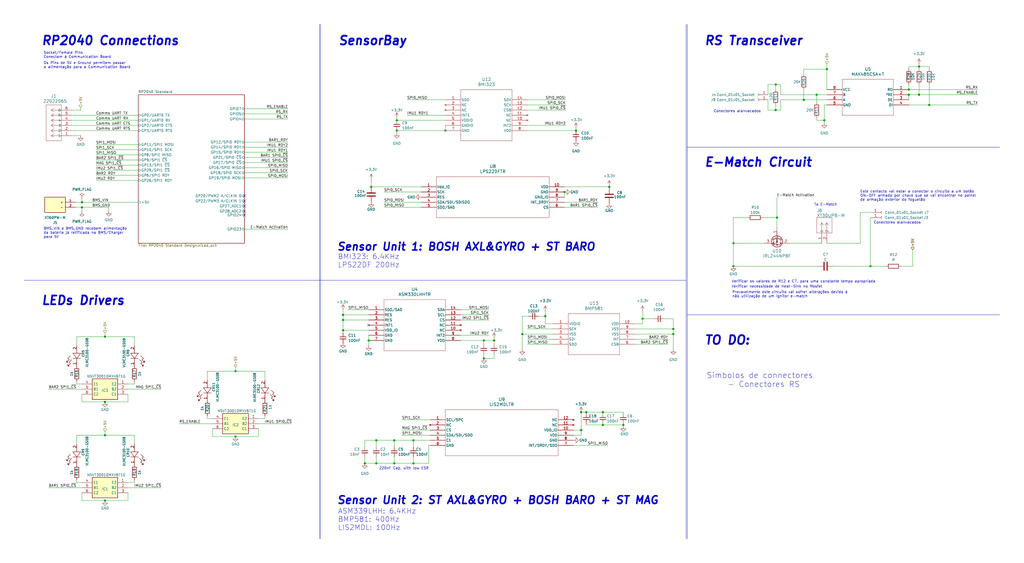
<source format=kicad_sch>
(kicad_sch (version 20231120) (generator "eeschema") (generator_version "8.0")
  (paper "User" 508 279.4)
  (title_block (title "On Board Computer") (date "2024-12-17") (rev "1.0") (company "Porto Space Team") (comment 1 "Miguel Amorim") (comment 2 "Rafael Novais") (comment 3 "Teresa Monteiro"))
  (junction (at 40.64 102.87))
  (junction (at 170.18 163.83))
  (junction (at 52.07 215.9))
  (junction (at 334.01 165.735))
  (junction (at 180.975 229.87))
  (junction (at 195.58 218.44))
  (junction (at 245.11 168.91))
  (junction (at 259.08 165.735))
  (junction (at 334.01 163.195))
  (junction (at 455.93 33.02))
  (junction (at 116.84 184.15))
  (junction (at 52.07 248.285))
  (junction (at 196.85 59.69))
  (junction (at 170.18 156.21))
  (junction (at 52.07 167.005))
  (junction (at 385.445 107.95))
  (junction (at 170.18 158.75))
  (junction (at 384.81 41.91))
  (junction (at 196.85 64.77))
  (junction (at 195.58 229.87))
  (junction (at 398.78 49.53))
  (junction (at 302.26 92.71))
  (junction (at 182.88 168.91))
  (junction (at 240.03 168.91))
  (junction (at 408.94 59.69))
  (junction (at 285.75 64.77))
  (junction (at 290.83 204.47))
  (junction (at 405.13 46.99))
  (junction (at 288.29 204.47))
  (junction (at 116.84 216.535))
  (junction (at 455.93 46.99))
  (junction (at 309.245 210.82))
  (junction (at 363.855 132.08))
  (junction (at 299.085 210.82))
  (junction (at 450.85 44.45))
  (junction (at 270.51 156.845))
  (junction (at 384.81 54.61))
  (junction (at 186.69 229.87))
  (junction (at 318.77 158.115))
  (junction (at 40.64 100.33))
  (junction (at 240.03 177.8))
  (junction (at 220.98 64.77))
  (junction (at 461.01 52.07))
  (junction (at 52.07 199.39))
  (junction (at 450.85 46.99))
  (junction (at 186.69 218.44))
  (junction (at 431.8 132.08))
  (junction (at 184.15 92.71))
  (junction (at 280.035 95.25))
  (junction (at 205.105 229.87))
  (junction (at 299.085 204.47))
  (junction (at 410.21 34.29))
  (junction (at 288.29 213.36))
  (junction (at 205.105 218.44))
  (junction (at 363.855 120.65))
  (no_connect (at 121.285 102.235))
  (no_connect (at 121.285 99.695))
  (no_connect (at 121.285 106.68))
  (no_connect (at 121.285 97.155))
  (no_connect (at 182.88 161.29))
  (no_connect (at 121.285 104.775))
  (wire (pts (xy 455.93 33.02) (xy 455.93 31.75)))
  (wire (pts (xy 195.58 229.87) (xy 205.105 229.87)))
  (wire (pts (xy 450.85 41.91) (xy 450.85 44.45)))
  (wire (pts (xy 199.39 215.9) (xy 213.36 215.9)))
  (wire (pts (xy 121.285 56.515) (xy 142.875 56.515)))
  (wire (pts (xy 63.5 248.285) (xy 63.5 244.475)))
  (wire (pts (xy 426.72 105.41) (xy 432.435 105.41)))
  (wire (pts (xy 180.975 229.87) (xy 186.69 229.87)))
  (wire (pts (xy 259.08 165.735) (xy 274.32 165.735)))
  (wire (pts (xy 205.105 218.44) (xy 213.36 218.44)))
  (wire (pts (xy 40.64 248.285) (xy 52.07 248.285)))
  (wire (pts (xy 40.64 102.87) (xy 53.975 102.87)))
  (wire (pts (xy 240.03 175.895) (xy 240.03 177.8)))
  (wire (pts (xy 240.03 168.91) (xy 240.03 170.815)))
  (wire (pts (xy 381 41.91) (xy 381 46.99)))
  (wire (pts (xy 47.625 81.915) (xy 68.58 81.915)))
  (wire (pts (xy 261.62 49.53) (xy 280.67 49.53)))
  (wire (pts (xy 387.35 54.61) (xy 384.81 54.61)))
  (wire (pts (xy 105.41 210.185) (xy 88.9 210.185)))
  (wire (pts (xy 40.64 241.935) (xy 24.13 241.935)))
  (wire (pts (xy 267.335 156.845) (xy 270.51 156.845)))
  (wire (pts (xy 38.1 167.005) (xy 52.07 167.005)))
  (wire (pts (xy 40.64 244.475) (xy 40.64 248.285)))
  (wire (pts (xy 363.855 107.95) (xy 363.855 120.65)))
  (wire (pts (xy 47.625 76.835) (xy 68.58 76.835)))
  (wire (pts (xy 190.5 95.25) (xy 208.915 95.25)))
  (wire (pts (xy 199.39 208.28) (xy 213.36 208.28)))
  (wire (pts (xy 461.01 52.07) (xy 450.85 52.07)))
  (wire (pts (xy 38.1 239.395) (xy 40.64 239.395)))
  (wire (pts (xy 38.1 220.345) (xy 38.1 215.9)))
  (wire (pts (xy 290.83 210.82) (xy 299.085 210.82)))
  (polyline (pts (xy 12.065 139.065) (xy 160.02 139.065)))
  (wire (pts (xy 363.855 107.95) (xy 370.84 107.95)))
  (wire (pts (xy 363.855 120.65) (xy 379.095 120.65)))
  (wire (pts (xy 40.64 199.39) (xy 52.07 199.39)))
  (wire (pts (xy 452.755 123.825) (xy 452.755 132.08)))
  (wire (pts (xy 47.625 79.375) (xy 68.58 79.375)))
  (wire (pts (xy 290.83 210.185) (xy 290.83 210.82)))
  (wire (pts (xy 384.81 52.07) (xy 384.81 54.61)))
  (wire (pts (xy 102.87 184.15) (xy 116.84 184.15)))
  (wire (pts (xy 212.725 220.98) (xy 213.36 220.98)))
  (wire (pts (xy 186.69 218.44) (xy 186.69 221.615)))
  (wire (pts (xy 53.975 102.87) (xy 53.975 104.775)))
  (wire (pts (xy 63.5 199.39) (xy 63.5 195.58)))
  (wire (pts (xy 196.85 59.69) (xy 220.98 59.69)))
  (wire (pts (xy 259.08 156.845) (xy 262.255 156.845)))
  (wire (pts (xy 363.855 132.08) (xy 405.765 132.08)))
  (wire (pts (xy 47.625 71.755) (xy 68.58 71.755)))
  (wire (pts (xy 384.81 54.61) (xy 381 54.61)))
  (wire (pts (xy 309.245 211.455) (xy 309.245 210.82)))
  (wire (pts (xy 261.62 168.275) (xy 274.32 168.275)))
  (wire (pts (xy 52.07 165.1) (xy 52.07 167.005)))
  (wire (pts (xy 288.29 213.36) (xy 288.29 215.9)))
  (wire (pts (xy 450.85 46.99) (xy 450.85 49.53)))
  (wire (pts (xy 455.93 33.02) (xy 455.93 34.29)))
  (wire (pts (xy 142.875 59.055) (xy 121.285 59.055)))
  (wire (pts (xy 38.1 238.125) (xy 38.1 239.395)))
  (wire (pts (xy 40.64 193.04) (xy 24.13 193.04)))
  (wire (pts (xy 485.14 44.45) (xy 450.85 44.45)))
  (wire (pts (xy 280.035 100.33) (xy 296.545 100.33)))
  (wire (pts (xy 410.21 49.53) (xy 398.78 49.53)))
  (wire (pts (xy 378.46 107.95) (xy 385.445 107.95)))
  (wire (pts (xy 410.21 34.29) (xy 410.21 44.45)))
  (wire (pts (xy 40.64 195.58) (xy 40.64 199.39)))
  (wire (pts (xy 196.85 58.42) (xy 196.85 59.69)))
  (wire (pts (xy 186.69 229.87) (xy 195.58 229.87)))
  (wire (pts (xy 195.58 218.44) (xy 205.105 218.44)))
  (wire (pts (xy 461.01 33.02) (xy 455.93 33.02)))
  (wire (pts (xy 201.93 49.53) (xy 220.98 49.53)))
  (wire (pts (xy 121.285 80.645) (xy 142.875 80.645)))
  (wire (pts (xy 288.29 204.47) (xy 288.29 213.36)))
  (wire (pts (xy 170.18 153.67) (xy 170.18 156.21)))
  (wire (pts (xy 52.07 248.285) (xy 63.5 248.285)))
  (wire (pts (xy 261.62 52.07) (xy 280.67 52.07)))
  (wire (pts (xy 121.285 85.725) (xy 142.875 85.725)))
  (wire (pts (xy 35.56 59.69) (xy 68.58 59.69)))
  (wire (pts (xy 131.445 206.375) (xy 131.445 207.645)))
  (polyline (pts (xy 158.75 12.065) (xy 158.75 267.335)))
  (wire (pts (xy 302.26 92.71) (xy 302.26 93.345)))
  (wire (pts (xy 80.01 193.04) (xy 63.5 193.04)))
  (wire (pts (xy 35.56 62.23) (xy 68.58 62.23)))
  (wire (pts (xy 261.62 54.61) (xy 280.67 54.61)))
  (wire (pts (xy 228.6 158.75) (xy 242.57 158.75)))
  (wire (pts (xy 270.51 156.845) (xy 270.51 160.655)))
  (wire (pts (xy 121.285 113.665) (xy 142.875 113.665)))
  (wire (pts (xy 270.51 160.655) (xy 274.32 160.655)))
  (wire (pts (xy 38.1 171.45) (xy 38.1 167.005)))
  (wire (pts (xy 102.87 207.645) (xy 105.41 207.645)))
  (wire (pts (xy 398.78 36.83) (xy 398.78 34.29)))
  (wire (pts (xy 299.085 210.82) (xy 309.245 210.82)))
  (wire (pts (xy 38.1 189.23) (xy 38.1 190.5)))
  (wire (pts (xy 405.13 46.99) (xy 405.13 50.8)))
  (wire (pts (xy 240.03 168.91) (xy 245.11 168.91)))
  (wire (pts (xy 450.85 34.29) (xy 450.85 33.02)))
  (wire (pts (xy 66.675 238.125) (xy 66.675 239.395)))
  (wire (pts (xy 334.01 173.355) (xy 334.01 165.735)))
  (wire (pts (xy 228.6 153.67) (xy 242.57 153.67)))
  (wire (pts (xy 314.96 168.275) (xy 331.47 168.275)))
  (wire (pts (xy 334.01 158.115) (xy 334.01 163.195)))
  (wire (pts (xy 196.85 64.77) (xy 220.98 64.77)))
  (wire (pts (xy 318.77 158.115) (xy 324.485 158.115)))
  (wire (pts (xy 121.285 53.975) (xy 142.875 53.975)))
  (wire (pts (xy 426.72 120.65) (xy 426.72 105.41)))
  (wire (pts (xy 66.675 167.005) (xy 66.675 171.45)))
  (wire (pts (xy 261.62 163.195) (xy 274.32 163.195)))
  (wire (pts (xy 314.96 163.195) (xy 334.01 163.195)))
  (wire (pts (xy 105.41 212.725) (xy 105.41 216.535)))
  (wire (pts (xy 408.94 52.07) (xy 408.94 59.69)))
  (wire (pts (xy 259.08 165.735) (xy 259.08 173.355)))
  (wire (pts (xy 131.445 207.645) (xy 128.27 207.645)))
  (wire (pts (xy 205.105 226.695) (xy 205.105 229.87)))
  (wire (pts (xy 121.285 83.185) (xy 142.875 83.185)))
  (wire (pts (xy 47.625 89.535) (xy 68.58 89.535)))
  (wire (pts (xy 131.445 184.15) (xy 131.445 188.595)))
  (wire (pts (xy 259.08 156.845) (xy 259.08 165.735)))
  (wire (pts (xy 410.21 46.99) (xy 405.13 46.99)))
  (wire (pts (xy 461.01 34.29) (xy 461.01 33.02)))
  (wire (pts (xy 47.625 86.995) (xy 68.58 86.995)))
  (wire (pts (xy 314.96 165.735) (xy 334.01 165.735)))
  (wire (pts (xy 35.56 57.15) (xy 68.58 57.15)))
  (polyline (pts (xy 340.995 156.21) (xy 495.935 156.21)))
  (wire (pts (xy 180.975 218.44) (xy 186.69 218.44)))
  (wire (pts (xy 47.625 74.295) (xy 68.58 74.295)))
  (wire (pts (xy 413.385 132.08) (xy 431.8 132.08)))
  (wire (pts (xy 261.62 62.23) (xy 280.67 62.23)))
  (wire (pts (xy 186.69 226.695) (xy 186.69 229.87)))
  (wire (pts (xy 288.29 215.9) (xy 284.48 215.9)))
  (wire (pts (xy 314.96 170.815) (xy 331.47 170.815)))
  (wire (pts (xy 384.81 41.91) (xy 384.81 44.45)))
  (wire (pts (xy 186.69 218.44) (xy 195.58 218.44)))
  (wire (pts (xy 180.975 218.44) (xy 180.975 221.615)))
  (wire (pts (xy 35.56 54.61) (xy 40.005 54.61)))
  (wire (pts (xy 398.78 49.53) (xy 387.35 49.53)))
  (wire (pts (xy 66.675 189.23) (xy 66.675 190.5)))
  (wire (pts (xy 431.8 132.08) (xy 439.42 132.08)))
  (wire (pts (xy 170.18 156.21) (xy 182.88 156.21)))
  (wire (pts (xy 170.18 156.21) (xy 170.18 158.75)))
  (wire (pts (xy 180.975 226.695) (xy 180.975 229.87)))
  (wire (pts (xy 116.84 184.15) (xy 131.445 184.15)))
  (wire (pts (xy 37.465 100.33) (xy 40.64 100.33)))
  (wire (pts (xy 309.245 210.185) (xy 309.245 210.82)))
  (wire (pts (xy 387.35 49.53) (xy 387.35 54.61)))
  (wire (pts (xy 245.11 168.91) (xy 245.11 170.815)))
  (wire (pts (xy 387.35 41.91) (xy 384.81 41.91)))
  (wire (pts (xy 318.77 154.305) (xy 318.77 158.115)))
  (wire (pts (xy 410.21 31.75) (xy 410.21 34.29)))
  (wire (pts (xy 228.6 166.37) (xy 242.57 166.37)))
  (wire (pts (xy 182.88 168.91) (xy 182.88 171.45)))
  (wire (pts (xy 280.035 95.25) (xy 280.035 97.79)))
  (wire (pts (xy 38.1 190.5) (xy 40.64 190.5)))
  (wire (pts (xy 408.94 59.69) (xy 405.13 59.69)))
  (wire (pts (xy 52.07 199.39) (xy 63.5 199.39)))
  (wire (pts (xy 447.04 132.08) (xy 452.755 132.08)))
  (wire (pts (xy 121.285 88.265) (xy 142.875 88.265)))
  (wire (pts (xy 385.445 107.95) (xy 385.445 113.03)))
  (wire (pts (xy 102.87 188.595) (xy 102.87 184.15)))
  (wire (pts (xy 195.58 218.44) (xy 195.58 221.615)))
  (wire (pts (xy 270.51 154.305) (xy 270.51 156.845)))
  (wire (pts (xy 105.41 216.535) (xy 116.84 216.535)))
  (wire (pts (xy 121.285 70.485) (xy 142.875 70.485)))
  (wire (pts (xy 66.675 190.5) (xy 63.5 190.5)))
  (wire (pts (xy 455.93 33.02) (xy 450.85 33.02)))
  (wire (pts (xy 302.26 92.075) (xy 302.26 92.71)))
  (wire (pts (xy 455.93 46.99) (xy 450.85 46.99)))
  (wire (pts (xy 334.01 163.195) (xy 334.01 165.735)))
  (wire (pts (xy 121.285 75.565) (xy 142.875 75.565)))
  (wire (pts (xy 116.84 182.245) (xy 116.84 184.15)))
  (wire (pts (xy 208.915 100.33) (xy 190.5 100.33)))
  (wire (pts (xy 245.11 175.895) (xy 245.11 177.8)))
  (wire (pts (xy 184.15 88.9) (xy 184.15 92.71)))
  (wire (pts (xy 40.64 100.33) (xy 68.58 100.33)))
  (wire (pts (xy 144.78 210.185) (xy 128.27 210.185)))
  (wire (pts (xy 205.105 229.87) (xy 212.725 229.87)))
  (wire (pts (xy 172.72 153.67) (xy 182.88 153.67)))
  (wire (pts (xy 299.085 205.105) (xy 299.085 204.47)))
  (polyline (pts (xy 158.75 12.065) (xy 158.75 267.335)))
  (wire (pts (xy 398.78 34.29) (xy 410.21 34.29)))
  (wire (pts (xy 220.98 62.23) (xy 220.98 64.77)))
  (wire (pts (xy 309.245 205.105) (xy 309.245 204.47)))
  (wire (pts (xy 385.445 97.79) (xy 385.445 107.95)))
  (wire (pts (xy 205.105 218.44) (xy 205.105 221.615)))
  (wire (pts (xy 384.81 41.91) (xy 381 41.91)))
  (wire (pts (xy 116.84 216.535) (xy 128.27 216.535)))
  (wire (pts (xy 80.01 241.935) (xy 63.5 241.935)))
  (wire (pts (xy 128.27 216.535) (xy 128.27 212.725)))
  (wire (pts (xy 261.62 64.77) (xy 285.75 64.77)))
  (wire (pts (xy 363.855 120.65) (xy 363.855 132.08)))
  (wire (pts (xy 66.675 215.9) (xy 66.675 220.345)))
  (wire (pts (xy 245.11 177.8) (xy 240.03 177.8)))
  (wire (pts (xy 199.39 213.36) (xy 213.36 213.36)))
  (wire (pts (xy 47.625 84.455) (xy 68.58 84.455)))
  (wire (pts (xy 208.915 92.71) (xy 184.15 92.71)))
  (wire (pts (xy 212.725 229.87) (xy 212.725 220.98)))
  (wire (pts (xy 410.21 52.07) (xy 408.94 52.07)))
  (wire (pts (xy 387.35 46.99) (xy 387.35 41.91)))
  (wire (pts (xy 201.93 57.15) (xy 220.98 57.15)))
  (wire (pts (xy 398.78 44.45) (xy 398.78 49.53)))
  (wire (pts (xy 284.48 220.98) (xy 301.625 220.98)))
  (wire (pts (xy 170.18 158.75) (xy 170.18 163.83)))
  (wire (pts (xy 40.005 67.31) (xy 35.56 67.31)))
  (wire (pts (xy 35.56 64.77) (xy 68.58 64.77)))
  (wire (pts (xy 408.94 59.69) (xy 408.94 60.96)))
  (wire (pts (xy 405.13 59.69) (xy 405.13 58.42)))
  (wire (pts (xy 314.96 160.655) (xy 318.77 160.655)))
  (wire (pts (xy 37.465 102.87) (xy 40.64 102.87)))
  (wire (pts (xy 329.565 158.115) (xy 334.01 158.115)))
  (wire (pts (xy 280.035 102.87) (xy 296.545 102.87)))
  (wire (pts (xy 485.14 46.99) (xy 455.93 46.99)))
  (wire (pts (xy 52.07 213.995) (xy 52.07 215.9)))
  (polyline (pts (xy 340.995 12.065) (xy 340.995 267.335)))
  (wire (pts (xy 290.83 204.47) (xy 290.83 205.105)))
  (wire (pts (xy 391.795 120.65) (xy 407.67 120.65)))
  (wire (pts (xy 381 54.61) (xy 381 49.53)))
  (wire (pts (xy 170.18 163.83) (xy 170.18 165.1)))
  (wire (pts (xy 66.675 239.395) (xy 63.5 239.395)))
  (wire (pts (xy 52.07 167.005) (xy 66.675 167.005)))
  (wire (pts (xy 318.77 158.115) (xy 318.77 160.655)))
  (wire (pts (xy 170.18 163.83) (xy 182.88 163.83)))
  (wire (pts (xy 261.62 170.815) (xy 274.32 170.815)))
  (wire (pts (xy 431.8 107.95) (xy 432.435 107.95)))
  (wire (pts (xy 38.1 215.9) (xy 52.07 215.9)))
  (wire (pts (xy 52.07 215.9) (xy 66.675 215.9)))
  (wire (pts (xy 40.64 104.775) (xy 40.64 102.87)))
  (wire (pts (xy 285.75 63.5) (xy 285.75 64.77)))
  (wire (pts (xy 410.21 120.65) (xy 426.72 120.65)))
  (polyline (pts (xy 160.02 139.065) (xy 340.36 139.065)))
  (wire (pts (xy 280.035 92.71) (xy 302.26 92.71)))
  (wire (pts (xy 40.005 54.61) (xy 40.005 53.34)))
  (wire (pts (xy 102.87 206.375) (xy 102.87 207.645)))
  (wire (pts (xy 196.85 66.04) (xy 196.85 64.77)))
  (wire (pts (xy 170.18 158.75) (xy 182.88 158.75)))
  (wire (pts (xy 288.29 213.36) (xy 284.48 213.36)))
  (wire (pts (xy 290.83 204.47) (xy 299.085 204.47)))
  (polyline (pts (xy 340.36 12.065) (xy 340.36 267.335)))
  (wire (pts (xy 228.6 168.91) (xy 240.03 168.91)))
  (wire (pts (xy 40.64 98.425) (xy 40.64 100.33)))
  (wire (pts (xy 182.88 166.37) (xy 182.88 168.91)))
  (wire (pts (xy 195.58 226.695) (xy 195.58 229.87)))
  (polyline (pts (xy 340.995 73.025) (xy 495.935 73.025)))
  (wire (pts (xy 208.915 102.87) (xy 190.5 102.87)))
  (wire (pts (xy 431.8 107.95) (xy 431.8 132.08)))
  (wire (pts (xy 299.085 210.185) (xy 299.085 210.82)))
  (wire (pts (xy 288.29 204.47) (xy 290.83 204.47)))
  (wire (pts (xy 228.6 156.21) (xy 242.57 156.21)))
  (wire (pts (xy 121.285 78.105) (xy 142.875 78.105)))
  (wire (pts (xy 121.285 73.025) (xy 142.875 73.025)))
  (wire (pts (xy 461.01 41.91) (xy 461.01 52.07)))
  (wire (pts (xy 455.93 41.91) (xy 455.93 46.99)))
  (wire (pts (xy 485.14 52.07) (xy 461.01 52.07)))
  (wire (pts (xy 245.11 167.64) (xy 245.11 168.91)))
  (wire (pts (xy 299.085 204.47) (xy 309.245 204.47)))
  (wire (pts (xy 405.13 46.99) (xy 387.35 46.99)))
  (text "BMI323: 6.4KHz\nLPS22DF 200Hz" (at 182.88 129.54 0) (effects (font (size 2.54 2.54))))
  (text "RS Transceiver" (at 349.25 20.32 0) (effects (font (size 4.318 4.318) (thickness 0.8636) (bold yes) (italic yes)) (justify left)))
  (text "Sensor Unit 2: ST AXL&GYRO + BOSH BARO + ST MAG " (at 167.005 248.285 0) (effects (font (size 3.81 3.81) (thickness 0.762) (bold yes) (italic yes)) (justify left)))
  (text "SensorBay" (at 167.64 20.32 0) (effects (font (size 4.318 4.318) (thickness 0.8636) (bold yes) (italic yes)) (justify left)))
  (text "RP2040 Connections" (at 20.32 20.32 0) (effects (font (size 4.318 4.318) (thickness 0.8636) (bold yes) (italic yes)) (justify left)))
  (text "Verificar os valores de R12 e C7, para uma constante tempo apropriada\n" (at 434.34 139.7 0) (effects (font (size 1.27 1.27)) (justify right)))
  (text "TO DO:" (at 349.25 168.91 0) (effects (font (size 4.318 4.318) (thickness 0.8636) (bold yes) (italic yes)) (justify left)))
  (text "Conectores alanvacados\n" (at 365.76 55.245 0) (effects (font (size 1.27 1.27))))
  (text "LEDs Drivers" (at 20.32 149.225 0) (effects (font (size 4.318 4.318) (thickness 0.8636) (bold yes) (italic yes)) (justify left)))
  (text "Socket/Female Pins\nConectam à Communication Board\n" (at 21.59 27.305 0) (effects (font (size 1.27 1.27)) (justify left)))
  (text "Conectores alanvacados\n" (at 445.135 110.49 0) (effects (font (size 1.27 1.27))))
  (text "Simbolos de connectores\n	- Conectores RS" (at 350.52 188.595 0) (effects (font (size 2.75 2.75)) (justify left)))
  (text "Sensor Unit 1: BOSH AXL&GYRO + ST BARO" (at 167.005 122.555 0) (effects (font (size 3.81 3.81) (thickness 0.762) (bold yes) (italic yes)) (justify left)))
  (text "BMS_VIN e BMS_GND recebem alimentação \nda bateria já retificada na BMS/Charger\npara 5V" (at 21.59 115.57 0) (effects (font (size 1.27 1.27)) (justify left)))
  (text "Provavelmente este circuito vai sofrer alterações devido à\nnão utilização de um ignitor e-match" (at 363.22 146.05 0) (effects (font (size 1.27 1.27)) (justify left)))
  (text "Este contacto vai estar a conectar o circuito a um botão\nON-OFF armado por chave que se vai encontrar no painel\nde armação exterior do foguetão" (at 426.72 97.155 0) (effects (font (size 1.27 1.27)) (justify left)))
  (text "To E-Match\n" (at 409.575 101.6 0) (effects (font (size 1.27 1.27))))
  (text "Os Pins de 5V e Ground permitem passar \na alimentação para a Communication Board" (at 21.59 32.385 0) (effects (font (size 1.27 1.27)) (justify left)))
  (text "ASM339LHH: 6.4KHz\nBMP581: 400Hz\nLIS2MDL: 100Hz" (at 167.64 257.81 0) (effects (font (size 2.54 2.54)) (justify left)))
  (text "220nF Cap, with low ESR" (at 212.725 232.41 0) (effects (font (size 1.27 1.27)) (justify right)))
  (text "E-Match Circuit" (at 349.25 80.645 0) (effects (font (size 4.318 4.318) (thickness 0.8636) (bold yes) (italic yes)) (justify left)))
  (text "Verificar necessidade de Heat-Sink no Mosfet" (at 385.445 142.24 0) (effects (font (size 1.27 1.27))))
  (label "RS_RX" (at 485.14 44.45 180))
  (label "SPI1_MISO" (at 47.625 76.835 0))
  (label "E-Match Activation" (at 142.875 113.665 180))
  (label "SPI0_SCK" (at 190.5 95.25 0))
  (label "RS_ENABLE" (at 142.875 53.975 180))
  (label "SPI0_MISO" (at 142.875 83.185 180))
  (label "MAG SPI1_~{CS}" (at 199.39 213.36 0))
  (label "BAR1 SPI0_~{CS}" (at 24.13 241.935 0))
  (label "SPI1_SCK" (at 47.625 74.295 0))
  (label "IMU1 SPI0_~{CS}" (at 144.78 210.185 180))
  (label "SPI1_MISO" (at 172.72 153.67 0))
  (label "BAR1 SPI0_~{CS}" (at 142.875 78.105 180))
  (label "RS_RX" (at 142.875 56.515 180))
  (label "SPI1_MISO" (at 301.625 220.98 180))
  (label "IMU2 SPI1_~{CS}" (at 242.57 158.75 180))
  (label "BAR1_RDY" (at 296.545 100.33 180))
  (label "SPI1_MOSI" (at 47.625 71.755 0))
  (label "BAR1 SPI0_~{CS}" (at 296.545 102.87 180))
  (label "SPI1_MISO" (at 261.62 170.815 0))
  (label "SPI0_MISO" (at 201.93 49.53 0))
  (label "IMU2 SPI1_~{CS}" (at 80.01 241.935 180))
  (label "IMU1 SPI0_~{CS}" (at 142.875 80.645 180))
  (label "IMU1 RDY2" (at 142.875 73.025 180))
  (label "BAR1_RDY" (at 142.875 70.485 180))
  (label "SPI0_SCK" (at 142.875 85.725 180))
  (label "SPI1_SCK" (at 261.62 163.195 0))
  (label "SPI1_SCK" (at 199.39 208.28 0))
  (label "SPI1_MOSI" (at 261.62 168.275 0))
  (label "Comms UART TX" (at 47.625 57.15 0))
  (label "SPI0_MOSI" (at 142.875 88.265 180))
  (label "BAR2 SPI1_~{CS}" (at 331.47 170.815 180))
  (label "IMU1 RDY1" (at 201.93 57.15 0))
  (label "IMU1 RDY2" (at 280.67 62.23 180))
  (label "BAR2 SPI1_~{CS}" (at 47.625 79.375 0))
  (label "IMU2 RDY" (at 47.625 89.535 0))
  (label "BAR2 SPI1_~{CS}" (at 24.13 193.04 0))
  (label "RS_ENABLE" (at 88.9 210.185 0))
  (label "BAR2 RDY" (at 47.625 86.995 0))
  (label "BMS_GND" (at 45.72 102.87 0))
  (label "RS_ENABLE" (at 485.14 46.99 180))
  (label "Comms UART RTS" (at 47.625 64.77 0))
  (label "BAR2 RDY" (at 331.47 168.275 180))
  (label "Comms UART RX" (at 47.625 59.69 0))
  (label "RS_TX" (at 485.14 52.07 180))
  (label "Comms UART CTS" (at 47.625 62.23 0))
  (label "E-Match Activation" (at 385.445 97.79 0))
  (label "SPI0_SCK" (at 280.67 52.07 180))
  (label "SPI0_MOSI" (at 280.67 49.53 180))
  (label "BMS_VIN" (at 45.72 100.33 0))
  (label "SPI0_MISO" (at 190.5 102.87 0))
  (label "SPI1_MOSI" (at 199.39 215.9 0))
  (label "SPI0_MOSI" (at 190.5 100.33 0))
  (label "MAG SPI1_~{CS}" (at 47.625 81.915 0))
  (label "IMU1 RDY1" (at 142.875 75.565 180))
  (label "SPI1_MOSI" (at 242.57 153.67 180))
  (label "SPI1_SCK" (at 242.57 156.21 180))
  (label "MAG SPI1_~{CS}" (at 80.01 193.04 180))
  (label "RS_TX" (at 142.875 59.055 180))
  (label "IMU2 RDY" (at 242.57 166.37 180))
  (label "IMU1 SPI0_~{CS}" (at 280.67 54.61 180))
  (label "IMU2 SPI1_~{CS}" (at 47.625 84.455 0))
  (hierarchical_label "+5V" (shape input) (at 116.84 182.245 90))
  (hierarchical_label "+5V" (shape input) (at 40.005 53.34 90))
  (hierarchical_label "+5V" (shape input) (at 410.21 31.75 90))
  (hierarchical_label "+5V" (shape input) (at 52.07 165.1 90))
  (hierarchical_label "+5V" (shape input) (at 452.755 123.825 90))
  (hierarchical_label "+5V" (shape input) (at 452.755 123.825 90))
  (hierarchical_label "+5V" (shape input) (at 52.07 213.995 90))
  (symbol (lib_id "Device:R") (at 405.13 54.61 0) (mirror y) (unit 1)
    (property "Reference" "R15" (at 405.13 56.642 90) (effects (justify left)))
    (property "Value" "20K" (at 403.86 54.61 0) (effects (justify left)))
    (property "Footprint" "RES_0402:RES_0402" (effects (hide yes)))
    (property "Description" "Resistor" (effects (hide yes)))
  )
  (symbol (lib_id "GreenLED__VLMC3100-GS08:VLMC3100-GS08") (at 66.675 171.45 270) (unit 1)
    (property "Reference" "CR8" (at 63.5 173.355 0) (effects (font (size 1.143 1.143)) (justify left)))
    (property "Value" "VLMC3100-GS08" (at 61.595 167.64 0) (effects (font (size 1.143 1.143)) (justify left)))
    (property "Footprint" "LED_PLCC_VSMB" (effects (hide yes)))
    (property "Datasheet" "VLMC3100-GS08" (effects (hide yes)))
  )
  (symbol (lib_id "power:+3.3V") (at 455.93 31.75 0) (unit 1)
    (property "Reference" "#PWR047" (effects (hide yes)))
    (property "Value" "+3.3V" (at 455.93 26.67 0))
    (property "Footprint" "RES_0402:RES_0402" (effects (hide yes)))
    (property "Description" "Power symbol creates a global label with name \"+3.3V\"" (effects (hide yes)))
  )
  (symbol (lib_id "IMU_BMI323:BMI323") (at 220.98 49.53 0) (unit 1)
    (property "Reference" "U12" (at 241.3 39.37 0) (effects (font (size 1.524 1.524))))
    (property "Value" "BMI323" (at 241.3 41.91 0) (effects (font (size 1.524 1.524))))
    (property "Footprint" "BMI323_BOS" (effects (hide yes)))
    (property "Datasheet" "BMI323" (effects (hide yes)))
  )
  (symbol (lib_id "AMASS_XT30UPB-M:XT30UPB-M") (at 407.67 120.65 90) (unit 1)
    (property "Reference" "J6" (at 405.13 104.394 90) (effects (font (size 1.524 1.524)) (justify right)))
    (property "Value" "XT30UPB-M" (at 405.13 106.934 90) (effects (font (size 1.524 1.524)) (justify right)))
    (property "Footprint" "CONN_XT30UPB-M_AMA" (effects (hide yes)))
    (property "Datasheet" "XT30UPB-M" (effects (hide yes)))
  )
  (symbol (lib_id "Device:C_Small") (at 245.11 173.355 0) (unit 1)
    (property "Reference" "C15" (at 247.65 172.0912 0) (effects (justify left)))
    (property "Value" "100nF" (at 247.65 174.6312 0) (effects (justify left)))
    (property "Footprint" "Capacitor_0402:Capacitor_0402" (effects (hide yes)))
    (property "Description" "Unpolarized capacitor, small symbol" (effects (hide yes)))
  )
  (symbol (lib_id "power:GND") (at 52.07 199.39 0) (unit 1)
    (property "Reference" "#PWR032" (effects (hide yes)))
    (property "Value" "GND" (at 52.07 203.2 0))
    (property "Description" "Power symbol creates a global label with name \"GND\" , ground" (effects (hide yes)))
  )
  (symbol (lib_id "Device:C_Small") (at 285.75 67.31 0) (unit 1)
    (property "Reference" "C10" (at 288.29 66.0462 0) (effects (justify left)))
    (property "Value" "100nF" (at 288.29 68.5862 0) (effects (justify left)))
    (property "Footprint" "Capacitor_0402:Capacitor_0402" (effects (hide yes)))
    (property "Description" "Unpolarized capacitor, small symbol" (effects (hide yes)))
  )
  (symbol (lib_id "BARO_BMP581:BMP581") (at 274.32 160.655 0) (unit 1)
    (property "Reference" "U13" (at 294.64 150.495 0) (effects (font (size 1.524 1.524))))
    (property "Value" "BMP581" (at 294.64 153.035 0) (effects (font (size 1.524 1.524))))
    (property "Footprint" "QFN10_BMP581_BOS" (effects (hide yes)))
    (property "Datasheet" "BMP581" (effects (hide yes)))
  )
  (symbol (lib_id "power:GND") (at 40.005 67.31 0) (unit 1)
    (property "Reference" "#PWR067" (effects (hide yes)))
    (property "Value" "GND" (at 40.005 71.628 0))
    (property "Description" "Power symbol creates a global label with name \"GND\" , ground" (effects (hide yes)))
  )
  (symbol (lib_id "Device:C_Small") (at 180.975 224.155 0) (mirror y) (unit 1)
    (property "Reference" "C3" (at 178.435 222.885 0) (effects (justify left)))
    (property "Value" "10nF" (at 178.435 225.425 0) (effects (justify left)))
    (property "Footprint" "Capacitor_0402:Capacitor_0402" (effects (hide yes)))
    (property "Description" "Unpolarized capacitor, small symbol" (effects (hide yes)))
  )
  (symbol (lib_id "Connector:Conn_01x01_Socket") (at 375.92 49.53 180) (unit 1)
    (property "Reference" "J9" (at 353.822 49.53 0))
    (property "Value" "Conn_01x01_Socket" (at 364.998 49.53 0))
    (property "Footprint" "Button_Switch_THT:SW_Lever_1P2T_NKK_GW12LxH" (effects (hide yes)))
    (property "Description" "Generic connector, single row, 01x01, script generated" (effects (hide yes)))
  )
  (symbol (lib_id "power:GND") (at 280.035 95.25 90) (mirror x) (unit 1)
    (property "Reference" "#PWR063" (effects (hide yes)))
    (property "Value" "GND" (at 282.829 95.25 90) (effects (justify right)))
    (property "Description" "Power symbol creates a global label with name \"GND\" , ground" (effects (hide yes)))
  )
  (symbol (lib_id "GreenLED__VLMC3100-GS08:VLMC3100-GS08") (at 102.87 188.595 90) (mirror x) (unit 1)
    (property "Reference" "CR11" (at 106.045 194.31 0) (effects (font (size 1.143 1.143)) (justify right)))
    (property "Value" "VLMC3100-GS08" (at 107.95 199.39 0) (effects (font (size 1.143 1.143)) (justify right)))
    (property "Footprint" "LED_PLCC_VSMB" (effects (hide yes)))
    (property "Datasheet" "VLMC3100-GS08" (effects (hide yes)))
  )
  (symbol (lib_id "power:+3.3V") (at 245.11 167.64 0) (unit 1)
    (property "Reference" "#PWR048" (effects (hide yes)))
    (property "Value" "+3.3V" (at 243.332 163.83 0) (effects (justify left)))
    (property "Description" "Power symbol creates a global label with name \"+3.3V\"" (effects (hide yes)))
  )
  (symbol (lib_id "power:+3.3V") (at 302.26 92.075 0) (mirror y) (unit 1)
    (property "Reference" "#PWR045" (effects (hide yes)))
    (property "Value" "+3.3V" (at 302.26 87.249 0))
    (property "Description" "Power symbol creates a global label with name \"+3.3V\"" (effects (hide yes)))
  )
  (symbol (lib_id "Device:R") (at 102.87 202.565 0) (mirror x) (unit 1)
    (property "Reference" "R20" (at 102.87 204.47 90) (effects (justify right)))
    (property "Value" "1k" (at 100.33 203.835 90) (effects (justify right)))
    (property "Footprint" "RC0402N_VIS:RC0402N_VIS" (effects (hide yes)))
    (property "Description" "Resistor" (effects (hide yes)))
  )
  (symbol (lib_id "Device:C_Small") (at 205.105 224.155 0) (unit 1)
    (property "Reference" "C1" (at 206.375 222.885 0) (effects (justify left)))
    (property "Value" "100nF" (at 206.375 225.425 0) (effects (justify left)))
    (property "Footprint" "CAP_GCM155_MUR:CAP_GCM155_MUR" (effects (hide yes)))
    (property "Description" "Unpolarized capacitor, small symbol" (effects (hide yes)))
  )
  (symbol (lib_id "Device:R") (at 398.78 40.64 0) (mirror y) (unit 1)
    (property "Reference" "R26" (at 398.78 42.672 90) (effects (justify left)))
    (property "Value" "20K" (at 397.51 40.64 0) (effects (justify left)))
    (property "Footprint" "RC0402N_VIS:RC0402N_VIS" (effects (hide yes)))
    (property "Description" "Resistor" (effects (hide yes)))
  )
  (symbol (lib_id "NMOS IRLZ44:IRLZ44NPBF") (at 370.205 120.65 0) (unit 1)
    (property "Reference" "U10" (at 385.445 124.46 0) (effects (font (size 1.524 1.524))))
    (property "Value" "IRLZ44NPBF" (at 385.445 127 0) (effects (font (size 1.524 1.524))))
    (property "Footprint" "PG-TO220-3_INF" (effects (hide yes)))
    (property "Datasheet" "IRLZ44NPBF" (effects (hide yes)))
  )
  (symbol (lib_id "power:GND") (at 302.26 100.965 0) (mirror y) (unit 1)
    (property "Reference" "#PWR046" (effects (hide yes)))
    (property "Value" "GND" (at 300.228 104.521 0) (effects (justify right)))
    (property "Description" "Power symbol creates a global label with name \"GND\" , ground" (effects (hide yes)))
  )
  (symbol (lib_id "power:GND") (at 408.94 60.96 0) (mirror y) (unit 1)
    (property "Reference" "#PWR029" (effects (hide yes)))
    (property "Value" "GND" (at 408.94 66.04 0))
    (property "Description" "Power symbol creates a global label with name \"GND\" , ground" (effects (hide yes)))
  )
  (symbol (lib_id "power:GND") (at 116.84 216.535 0) (unit 1)
    (property "Reference" "#PWR02" (effects (hide yes)))
    (property "Value" "GND" (at 116.84 220.345 0))
    (property "Description" "Power symbol creates a global label with name \"GND\" , ground" (effects (hide yes)))
  )
  (symbol (lib_id "power:GND") (at 208.915 97.79 270) (unit 1)
    (property "Reference" "#PWR036" (effects (hide yes)))
    (property "Value" "GND" (at 206.121 97.79 90) (effects (justify right)))
    (property "Description" "Power symbol creates a global label with name \"GND\" , ground" (effects (hide yes)))
  )
  (symbol (lib_id "MAG_LIS2MDLTR:LIS2MDLTR") (at 213.36 208.28 0) (unit 1)
    (property "Reference" "U9" (at 248.92 198.12 0) (effects (font (size 1.524 1.524))))
    (property "Value" "LIS2MDLTR" (at 248.92 200.66 0) (effects (font (size 1.524 1.524))))
    (property "Footprint" "LGA-12_2X2X1_STM" (effects (hide yes)))
    (property "Datasheet" "LIS2MDLTR" (effects (hide yes)))
  )
  (symbol (lib_id "power:GND") (at 196.85 66.04 0) (unit 1)
    (property "Reference" "#PWR051" (effects (hide yes)))
    (property "Value" "GND" (at 196.85 71.12 0))
    (property "Description" "Power symbol creates a global label with name \"GND\" , ground" (effects (hide yes)))
  )
  (symbol (lib_id "power:+3.3V") (at 196.85 58.42 0) (unit 1)
    (property "Reference" "#PWR037" (effects (hide yes)))
    (property "Value" "+3.3V" (at 193.802 54.61 0) (effects (justify left)))
    (property "Description" "Power symbol creates a global label with name \"+3.3V\"" (effects (hide yes)))
  )
  (symbol (lib_id "Device:R") (at 66.675 234.315 180) (unit 1)
    (property "Reference" "R19" (at 66.675 236.22 90) (effects (justify right)))
    (property "Value" "1k" (at 69.215 235.585 90) (effects (justify right)))
    (property "Footprint" "RC0402N_VIS:RC0402N_VIS" (effects (hide yes)))
    (property "Description" "Resistor" (effects (hide yes)))
  )
  (symbol (lib_id "power:+3.3V") (at 170.18 153.67 0) (unit 1)
    (property "Reference" "#PWR040" (effects (hide yes)))
    (property "Value" "+3.3V" (at 166.878 149.86 0) (effects (justify left)))
    (property "Description" "Power symbol creates a global label with name \"+3.3V\"" (effects (hide yes)))
  )
  (symbol (lib_id "power:PWR_FLAG") (at 40.64 98.425 0) (unit 1)
    (property "Reference" "#FLG03" (effects (hide yes)))
    (property "Value" "PWR_FLAG" (at 40.64 93.98 0))
    (property "Description" "Special symbol for telling ERC where power comes from" (effects (hide yes)))
  )
  (symbol (lib_id "power:PWR_FLAG") (at 40.64 104.775 180) (unit 1)
    (property "Reference" "#FLG01" (effects (hide yes)))
    (property "Value" "PWR_FLAG" (at 40.64 109.855 0))
    (property "Description" "Special symbol for telling ERC where power comes from" (effects (hide yes)))
  )
  (symbol (lib_id "GreenLED__VLMC3100-GS08:VLMC3100-GS08") (at 38.1 171.45 90) (mirror x) (unit 1)
    (property "Reference" "CR5" (at 41.275 177.165 0) (effects (font (size 1.143 1.143)) (justify right)))
    (property "Value" "VLMC3100-GS08" (at 43.18 182.245 0) (effects (font (size 1.143 1.143)) (justify right)))
    (property "Footprint" "LED_PLCC_VSMB" (effects (hide yes)))
    (property "Datasheet" "VLMC3100-GS08" (effects (hide yes)))
  )
  (symbol (lib_id "Device:C_Small") (at 186.69 224.155 0) (unit 1)
    (property "Reference" "C2" (at 188.595 222.885 0) (effects (justify left)))
    (property "Value" "10nF" (at 188.595 225.425 0) (effects (justify left)))
    (property "Footprint" "Capacitor_0402:Capacitor_0402" (effects (hide yes)))
    (property "Description" "Unpolarized capacitor, small symbol" (effects (hide yes)))
  )
  (symbol (lib_id "Device:R") (at 131.445 202.565 180) (unit 1)
    (property "Reference" "R21" (at 131.445 204.47 90) (effects (justify right)))
    (property "Value" "1k" (at 133.985 203.2 90) (effects (justify right)))
    (property "Footprint" "RC0402N_VIS:RC0402N_VIS" (effects (hide yes)))
    (property "Description" "Resistor" (effects (hide yes)))
  )
  (symbol (lib_id "power:GND") (at 184.15 100.33 0) (unit 1)
    (property "Reference" "#PWR034" (effects (hide yes)))
    (property "Value" "GND" (at 186.182 103.886 0) (effects (justify right)))
    (property "Description" "Power symbol creates a global label with name \"GND\" , ground" (effects (hide yes)))
  )
  (symbol (lib_id "power:GND") (at 334.01 173.355 0) (unit 1)
    (property "Reference" "#PWR033" (effects (hide yes)))
    (property "Value" "GND" (at 334.01 178.435 0))
    (property "Description" "Power symbol creates a global label with name \"GND\" , ground" (effects (hide yes)))
  )
  (symbol (lib_id "Device:R") (at 450.85 38.1 0) (mirror y) (unit 1)
    (property "Reference" "R28" (at 450.85 39.878 90) (effects (justify left)))
    (property "Value" "10K" (at 452.882 39.878 90) (effects (justify left)))
    (property "Footprint" "RC0402N_VIS:RC0402N_VIS" (effects (hide yes)))
    (property "Description" "Resistor" (effects (hide yes)))
  )
  (symbol (lib_id "Device:C_Small") (at 299.085 207.645 0) (unit 1)
    (property "Reference" "C17" (at 300.99 206.375 0) (effects (justify left)))
    (property "Value" "100nF" (at 300.99 208.915 0) (effects (justify left)))
    (property "Footprint" "Capacitor_0402:Capacitor_0402" (effects (hide yes)))
    (property "Description" "Unpolarized capacitor, small symbol" (effects (hide yes)))
  )
  (symbol (lib_id "GreenLED__VLMC3100-GS08:VLMC3100-GS08") (at 38.1 220.345 90) (mirror x) (unit 1)
    (property "Reference" "CR9" (at 41.275 226.06 0) (effects (font (size 1.143 1.143)) (justify right)))
    (property "Value" "VLMC3100-GS08" (at 43.18 231.14 0) (effects (font (size 1.143 1.143)) (justify right)))
    (property "Footprint" "LED_PLCC_VSMB" (effects (hide yes)))
    (property "Datasheet" "VLMC3100-GS08" (effects (hide yes)))
  )
  (symbol (lib_id "NSVT30010MXV6T1G:NSVT30010MXV6T1G") (at 128.27 207.645 0) (mirror y) (unit 1)
    (property "Reference" "IC2" (at 116.84 210.82 0))
    (property "Value" "NSVT30010MXV6T1G" (at 117.475 203.835 0))
    (property "Footprint" "SOTFL50P160X60-6N" (effects (hide yes)))
    (property "Datasheet" "https://www.onsemi.com/pub/Collateral/NST30010MXV6-D.PDF" (effects (hide yes)))
    (property "Description" "Current Gain Matching to 10%; Base-Emitter Voltage Matched to 2 mV; Drop-In Replacement for Standard Device; These are Pb-Free Devices; S and NSV Prefix for Automotive and Other Applications Requiring Unique Site and Control Change Requirements; AEC-Q101 Qualified and PPAP Capable" (effects (hide yes)))
    (property "Height" "0.6" (effects (hide yes)))
    (property "Mouser Part Number" "863-NSVT30010MXV6T1G" (effects (hide yes)))
    (property "Mouser Price/Stock" "https://www.mouser.co.uk/ProductDetail/onsemi/NSVT30010MXV6T1G?qs=dchgzKpACvKgapfe7pOinw%3D%3D" (effects (hide yes)))
    (property "Manufacturer_Name" "onsemi" (effects (hide yes)))
    (property "Manufacturer_Part_Number" "NSVT30010MXV6T1G" (effects (hide yes)))
  )
  (symbol (lib_id "power:+3.3V") (at 270.51 154.305 0) (unit 1)
    (property "Reference" "#PWR044" (effects (hide yes)))
    (property "Value" "+3.3V" (at 270.51 149.225 0))
    (property "Description" "Power symbol creates a global label with name \"+3.3V\"" (effects (hide yes)))
  )
  (symbol (lib_id "power:GND") (at 182.88 171.45 0) (unit 1)
    (property "Reference" "#PWR043" (effects (hide yes)))
    (property "Value" "GND" (at 182.88 175.514 0))
    (property "Description" "Power symbol creates a global label with name \"GND\" , ground" (effects (hide yes)))
  )
  (symbol (lib_id "Device:C_Small") (at 240.03 173.355 0) (mirror y) (unit 1)
    (property "Reference" "C12" (at 237.49 172.0912 0) (effects (justify left)))
    (property "Value" "100nF" (at 237.49 174.6312 0) (effects (justify left)))
    (property "Footprint" "Capacitor_0402:Capacitor_0402" (effects (hide yes)))
    (property "Description" "Unpolarized capacitor, small symbol" (effects (hide yes)))
  )
  (symbol (lib_id "power:+3.3V") (at 318.77 154.305 0) (unit 1)
    (property "Reference" "#PWR049" (effects (hide yes)))
    (property "Value" "+3.3V" (at 318.77 149.225 0))
    (property "Description" "Power symbol creates a global label with name \"+3.3V\"" (effects (hide yes)))
  )
  (symbol (lib_id "NSVT30010MXV6T1G:NSVT30010MXV6T1G") (at 63.5 239.395 0) (mirror y) (unit 1)
    (property "Reference" "IC1" (at 52.07 242.57 0))
    (property "Value" "NSVT30010MXV6T1G" (at 52.705 235.585 0))
    (property "Footprint" "SOTFL50P160X60-6N" (effects (hide yes)))
    (property "Datasheet" "https://www.onsemi.com/pub/Collateral/NST30010MXV6-D.PDF" (effects (hide yes)))
    (property "Description" "Current Gain Matching to 10%; Base-Emitter Voltage Matched to 2 mV; Drop-In Replacement for Standard Device; These are Pb-Free Devices; S and NSV Prefix for Automotive and Other Applications Requiring Unique Site and Control Change Requirements; AEC-Q101 Qualified and PPAP Capable" (effects (hide yes)))
    (property "Height" "0.6" (effects (hide yes)))
    (property "Mouser Part Number" "863-NSVT30010MXV6T1G" (effects (hide yes)))
    (property "Mouser Price/Stock" "https://www.mouser.co.uk/ProductDetail/onsemi/NSVT30010MXV6T1G?qs=dchgzKpACvKgapfe7pOinw%3D%3D" (effects (hide yes)))
    (property "Manufacturer_Name" "onsemi" (effects (hide yes)))
    (property "Manufacturer_Part_Number" "NSVT30010MXV6T1G" (effects (hide yes)))
  )
  (symbol (lib_id "Device:C") (at 302.26 97.155 180) (unit 1)
    (property "Reference" "C8" (at 307.34 95.631 0))
    (property "Value" "100nF" (at 307.594 97.663 0))
    (property "Footprint" "CAP_GCM155_MUR:CAP_GCM155_MUR" (effects (hide yes)))
    (property "Description" "Unpolarized capacitor" (effects (hide yes)))
  )
  (symbol (lib_id "power:GND") (at 363.855 132.08 0) (unit 1)
    (property "Reference" "#PWR027" (effects (hide yes)))
    (property "Value" "GND" (at 363.855 135.89 0))
    (property "Footprint" "Capacitor_0402:Capacitor_0402" (effects (hide yes)))
    (property "Description" "Power symbol creates a global label with name \"GND\" , ground" (effects (hide yes)))
  )
  (symbol (lib_id "Device:R") (at 66.675 185.42 180) (unit 1)
    (property "Reference" "R17" (at 66.675 187.325 90) (effects (justify right)))
    (property "Value" "1k" (at 69.215 186.69 90) (effects (justify right)))
    (property "Footprint" "RC0402N_VIS:RC0402N_VIS" (effects (hide yes)))
    (property "Description" "Resistor" (effects (hide yes)))
  )
  (symbol (lib_id "Connector:Conn_01x01_Socket") (at 437.515 105.41 0) (unit 1)
    (property "Reference" "J7" (at 459.613 105.41 0))
    (property "Value" "Conn_01x01_Socket" (at 448.437 105.41 0))
    (property "Footprint" "Button_Switch_THT:SW_Lever_1P2T_NKK_GW12LxH" (effects (hide yes)))
    (property "Description" "Generic connector, single row, 01x01, script generated" (effects (hide yes)))
  )
  (symbol (lib_id "BARO_LPS22DFTR:LPS22DFTR") (at 208.915 92.71 0) (unit 1)
    (property "Reference" "U8" (at 244.475 82.55 0) (effects (font (size 1.524 1.524))))
    (property "Value" "LPS22DFTR" (at 244.475 85.09 0) (effects (font (size 1.524 1.524))))
    (property "Footprint" "QFN_22DFTR_STM" (effects (hide yes)))
    (property "Datasheet" "LPS22DFTR" (effects (hide yes)))
  )
  (symbol (lib_id "power:GND") (at 53.975 104.775 0) (unit 1)
    (property "Reference" "#PWR050" (effects (hide yes)))
    (property "Value" "GND" (at 53.975 109.093 0))
    (property "Description" "Power symbol creates a global label with name \"GND\" , ground" (effects (hide yes)))
  )
  (symbol (lib_id "Device:R") (at 461.01 38.1 0) (mirror x) (unit 1)
    (property "Reference" "R30" (at 461.01 36.195 90) (effects (justify left)))
    (property "Value" "10K" (at 463.042 36.068 90) (effects (justify left)))
    (property "Footprint" "RC0402N_VIS:RC0402N_VIS" (effects (hide yes)))
    (property "Description" "Resistor" (effects (hide yes)))
  )
  (symbol (lib_id "Connector:Conn_01x01_Socket") (at 375.92 46.99 180) (unit 1)
    (property "Reference" "J4" (at 354.076 46.99 0))
    (property "Value" "Conn_01x01_Socket" (at 364.998 46.99 0))
    (property "Footprint" "Button_Switch_THT:SW_Lever_1P2T_NKK_GW12LxH" (effects (hide yes)))
    (property "Description" "Generic connector, single row, 01x01, script generated" (effects (hide yes)))
  )
  (symbol (lib_id "Device:C") (at 409.575 132.08 90) (unit 1)
    (property "Reference" "C7" (at 409.575 126.238 90))
    (property "Value" "C" (at 409.575 128.778 90))
    (property "Footprint" "Capacitor_0402:Capacitor_0402" (effects (hide yes)))
    (property "Description" "Unpolarized capacitor" (effects (hide yes)))
  )
  (symbol (lib_id "Device:R") (at 38.1 234.315 0) (mirror x) (unit 1)
    (property "Reference" "R18" (at 38.1 236.22 90) (effects (justify right)))
    (property "Value" "1k" (at 35.56 235.585 90) (effects (justify right)))
    (property "Footprint" "RC0402N_VIS:RC0402N_VIS" (effects (hide yes)))
    (property "Description" "Resistor" (effects (hide yes)))
  )
  (symbol (lib_id "power:+3.3V") (at 288.29 204.47 0) (unit 1)
    (property "Reference" "#PWR060" (effects (hide yes)))
    (property "Value" "+3.3V" (at 285.242 200.406 0) (effects (justify left)))
    (property "Description" "Power symbol creates a global label with name \"+3.3V\"" (effects (hide yes)))
  )
  (symbol (lib_id "Device:C_Small") (at 196.85 62.23 0) (unit 1)
    (property "Reference" "C9" (at 199.39 60.9662 0) (effects (justify left)))
    (property "Value" "100nF" (at 199.39 63.5062 0) (effects (justify left)))
    (property "Footprint" "Capacitor_0402:Capacitor_0402" (effects (hide yes)))
    (property "Description" "Unpolarized capacitor, small symbol" (effects (hide yes)))
  )
  (symbol (lib_id "Device:C_Small") (at 327.025 158.115 90) (unit 1)
    (property "Reference" "C16" (at 327.0313 151.13 90))
    (property "Value" "100nF" (at 327.0313 153.67 90))
    (property "Footprint" "Capacitor_0402:Capacitor_0402" (effects (hide yes)))
    (property "Description" "Unpolarized capacitor, small symbol" (effects (hide yes)))
  )
  (symbol (lib_id "CONN_SA-4455_06_TE_MOL:22022065") (at 35.56 67.31 180) (unit 1)
    (property "Reference" "J1" (at 26.67 47.625 0) (effects (font (size 1.524 1.524))))
    (property "Value" "22022065" (at 27.305 50.165 0) (effects (font (size 1.524 1.524))))
    (property "Footprint" "CONN_SA-4455_06_TE_MOL" (effects (hide yes)))
    (property "Datasheet" "22022065" (effects (hide yes)))
  )
  (symbol (lib_id "GreenLED__VLMC3100-GS08:VLMC3100-GS08") (at 131.445 188.595 270) (unit 1)
    (property "Reference" "CR12" (at 128.27 190.5 0) (effects (font (size 1.143 1.143)) (justify left)))
    (property "Value" "VLMC3100-GS08" (at 126.365 184.785 0) (effects (font (size 1.143 1.143)) (justify left)))
    (property "Footprint" "LED_PLCC_VSMB" (effects (hide yes)))
    (property "Datasheet" "VLMC3100-GS08" (effects (hide yes)))
  )
  (symbol (lib_id "IMU_ASM330LHHTR:ASM330LHHTR") (at 182.88 153.67 0) (unit 1)
    (property "Reference" "U4" (at 205.74 143.51 0) (effects (font (size 1.524 1.524))))
    (property "Value" "ASM330LHHTR" (at 205.74 146.05 0) (effects (font (size 1.524 1.524))))
    (property "Footprint" "LGA-14L_2P5X3X0P83_STM" (effects (hide yes)))
    (property "Datasheet" "ASM330LHHTR" (effects (hide yes)))
  )
  (symbol (lib_id "GreenLED__VLMC3100-GS08:VLMC3100-GS08") (at 66.675 220.345 270) (unit 1)
    (property "Reference" "CR10" (at 63.5 222.25 0) (effects (font (size 1.143 1.143)) (justify left)))
    (property "Value" "VLMC3100-GS08" (at 61.595 216.535 0) (effects (font (size 1.143 1.143)) (justify left)))
    (property "Footprint" "LED_PLCC_VSMB" (effects (hide yes)))
    (property "Datasheet" "VLMC3100-GS08" (effects (hide yes)))
  )
  (symbol (lib_id "power:GND") (at 259.08 173.355 0) (unit 1)
    (property "Reference" "#PWR042" (effects (hide yes)))
    (property "Value" "GND" (at 259.08 178.435 0))
    (property "Description" "Power symbol creates a global label with name \"GND\" , ground" (effects (hide yes)))
  )
  (symbol (lib_id "power:GND") (at 284.48 218.44 90) (mirror x) (unit 1)
    (property "Reference" "#PWR062" (effects (hide yes)))
    (property "Value" "GND" (at 289.306 218.44 90))
    (property "Description" "Power symbol creates a global label with name \"GND\" , ground" (effects (hide yes)))
  )
  (symbol (lib_id "Device:R") (at 455.93 38.1 0) (mirror y) (unit 1)
    (property "Reference" "R29" (at 455.93 40.005 90) (effects (justify left)))
    (property "Value" "10K" (at 457.962 39.878 90) (effects (justify left)))
    (property "Footprint" "RC0402N_VIS:RC0402N_VIS" (effects (hide yes)))
    (property "Description" "Resistor" (effects (hide yes)))
  )
  (symbol (lib_id "power:GND") (at 170.18 170.18 0) (unit 1)
    (property "Reference" "#PWR041" (effects (hide yes)))
    (property "Value" "GND" (at 170.18 174.244 0))
    (property "Description" "Power symbol creates a global label with name \"GND\" , ground" (effects (hide yes)))
  )
  (symbol (lib_id "power:+3.3V") (at 184.15 88.9 0) (unit 1)
    (property "Reference" "#PWR035" (effects (hide yes)))
    (property "Value" "+3.3V" (at 184.15 84.074 0))
    (property "Description" "Power symbol creates a global label with name \"+3.3V\"" (effects (hide yes)))
  )
  (symbol (lib_id "power:GND") (at 309.245 211.455 0) (mirror y) (unit 1)
    (property "Reference" "#PWR061" (effects (hide yes)))
    (property "Value" "GND" (at 309.753 215.265 0))
    (property "Description" "Power symbol creates a global label with name \"GND\" , ground" (effects (hide yes)))
  )
  (symbol (lib_id "RS_Transceiver:MAX485CSA+T") (at 450.85 44.45 0) (mirror y) (unit 1)
    (property "Reference" "U5" (at 430.53 34.29 0) (effects (font (size 1.524 1.524))))
    (property "Value" "MAX485CSA+T" (at 430.53 36.83 0) (effects (font (size 1.524 1.524))))
    (property "Footprint" "21-0041-3-M_90-0096-8L_MXM" (effects (hide yes)))
    (property "Datasheet" "MAX485CSA+T" (effects (hide yes)))
  )
  (symbol (lib_id "Device:R") (at 443.23 132.08 90) (unit 1)
    (property "Reference" "R12" (at 443.23 126.365 90))
    (property "Value" "R" (at 443.23 128.905 90))
    (property "Footprint" "RC0402N_VIS:RC0402N_VIS" (effects (hide yes)))
    (property "Description" "Resistor" (effects (hide yes)))
  )
  (symbol (lib_id "power:GND") (at 240.03 177.8 0) (unit 1)
    (property "Reference" "#PWR052" (effects (hide yes)))
    (property "Value" "GND" (at 240.03 181.864 0))
    (property "Description" "Power symbol creates a global label with name \"GND\" , ground" (effects (hide yes)))
  )
  (symbol (lib_id "Device:C_Small") (at 195.58 224.155 0) (unit 1)
    (property "Reference" "C5" (at 197.485 222.885 0) (effects (justify left)))
    (property "Value" "100nF" (at 197.485 225.425 0) (effects (justify left)))
    (property "Footprint" "Capacitor_0402:Capacitor_0402" (effects (hide yes)))
    (property "Description" "Unpolarized capacitor, small symbol" (effects (hide yes)))
  )
  (symbol (lib_id "Device:C_Small") (at 290.83 207.645 0) (unit 1)
    (property "Reference" "C18" (at 292.1 206.375 0) (effects (justify left)))
    (property "Value" "10uF" (at 292.1 208.915 0) (effects (justify left)))
    (property "Footprint" "Capacitor_0402:Capacitor_0402" (effects (hide yes)))
    (property "Description" "Unpolarized capacitor, small symbol" (effects (hide yes)))
  )
  (symbol (lib_id "Device:C_Small") (at 170.18 167.64 0) (unit 1)
    (property "Reference" "C11" (at 172.72 166.3762 0) (effects (justify left)))
    (property "Value" "100nF" (at 172.72 168.9162 0) (effects (justify left)))
    (property "Footprint" "Capacitor_0402:Capacitor_0402" (effects (hide yes)))
    (property "Description" "Unpolarized capacitor, small symbol" (effects (hide yes)))
  )
  (symbol (lib_id "power:GND") (at 180.975 229.87 0) (unit 1)
    (property "Reference" "#PWR059" (effects (hide yes)))
    (property "Value" "GND" (at 180.975 234.95 0))
    (property "Description" "Power symbol creates a global label with name \"GND\" , ground" (effects (hide yes)))
  )
  (symbol (lib_id "power:GND") (at 285.75 69.85 0) (unit 1)
    (property "Reference" "#PWR038" (effects (hide yes)))
    (property "Value" "GND" (at 285.75 74.93 0))
    (property "Description" "Power symbol creates a global label with name \"GND\" , ground" (effects (hide yes)))
  )
  (symbol (lib_id "Device:R") (at 384.81 48.26 0) (mirror y) (unit 1)
    (property "Reference" "R11" (at 384.81 50.038 90) (effects (justify left)))
    (property "Value" "120" (at 382.524 49.784 90) (effects (justify left)))
    (property "Footprint" "RC0402N_VIS:RC0402N_VIS" (effects (hide yes)))
    (property "Description" "Resistor" (effects (hide yes)))
  )
  (symbol (lib_id "power:GND") (at 52.07 248.285 0) (unit 1)
    (property "Reference" "#PWR01" (effects (hide yes)))
    (property "Value" "GND" (at 52.07 252.095 0))
    (property "Description" "Power symbol creates a global label with name \"GND\" , ground" (effects (hide yes)))
  )
  (symbol (lib_id "Device:C") (at 184.15 96.52 0) (mirror x) (unit 1)
    (property "Reference" "C14" (at 179.07 94.996 0))
    (property "Value" "100nF" (at 178.816 97.028 0))
    (property "Footprint" "Capacitor_0402:Capacitor_0402" (effects (hide yes)))
    (property "Description" "Unpolarized capacitor" (effects (hide yes)))
  )
  (symbol (lib_id "Device:C_Small") (at 264.795 156.845 90) (unit 1)
    (property "Reference" "C13" (at 264.795 151.765 90))
    (property "Value" "100nF" (at 264.795 154.305 90))
    (property "Footprint" "Capacitor_0402:Capacitor_0402" (effects (hide yes)))
    (property "Description" "Unpolarized capacitor, small symbol" (effects (hide yes)))
  )
  (symbol (lib_id "Device:C_Small") (at 309.245 207.645 0) (unit 1)
    (property "Reference" "C6" (at 311.15 206.375 0) (effects (justify left)))
    (property "Value" "100nF" (at 311.15 208.915 0) (effects (justify left)))
    (property "Footprint" "Capacitor_0402:Capacitor_0402" (effects (hide yes)))
    (property "Description" "Unpolarized capacitor, small symbol" (effects (hide yes)))
  )
  (symbol (lib_id "Connector:Conn_01x01_Socket") (at 437.515 107.95 0) (unit 1)
    (property "Reference" "J3" (at 459.359 107.95 0))
    (property "Value" "Conn_01x01_Socket" (at 448.437 107.95 0))
    (property "Footprint" "Button_Switch_THT:SW_Lever_1P2T_NKK_GW12LxH" (effects (hide yes)))
    (property "Description" "Generic connector, single row, 01x01, script generated" (effects (hide yes)))
  )
  (symbol (lib_id "Device:R") (at 374.65 107.95 90) (unit 1)
    (property "Reference" "R10" (at 374.65 102.87 90))
    (property "Value" "100k" (at 374.65 105.41 90))
    (property "Footprint" "RC0402N_VIS:RC0402N_VIS" (effects (hide yes)))
    (property "Description" "Resistor" (effects (hide yes)))
  )
  (symbol (lib_id "XT60PW-M:XT60PW-M") (at 27.305 102.87 0) (mirror y) (unit 1)
    (property "Reference" "J5" (at 27.305 110.49 0))
    (property "Value" "XT60PW-M" (at 27.305 107.95 0))
    (property "Footprint" "XT60PW-M:AMASS_XT60PW-M" (effects (hide yes)))
    (property "MF" "AMASS" (effects (hide yes)))
    (property "MAXIMUM_PACKAGE_HEIGHT" "8.4 mm" (effects (hide yes)))
    (property "Package" "Package" (effects (hide yes)))
    (property "Price" "None" (effects (hide yes)))
    (property "Check_prices" "https://www.snapeda.com/parts/XT60PW-M/AMASS/view-part/?ref=eda" (effects (hide yes)))
    (property "STANDARD" "Manufacturer recommendations" (effects (hide yes)))
    (property "PARTREV" "V1.2" (effects (hide yes)))
    (property "SnapEDA_Link" "https://www.snapeda.com/parts/XT60PW-M/AMASS/view-part/?ref=snap" (effects (hide yes)))
    (property "MP" "XT60PW-M" (effects (hide yes)))
    (property "Description_1" "\n                        \n                            Socket, DC supply, male, PIN: 2\n                        \n" (effects (hide yes)))
    (property "Availability" "Not in stock" (effects (hide yes)))
    (property "MANUFACTURER" "AMASS" (effects (hide yes)))
  )
  (symbol (lib_id "NSVT30010MXV6T1G:NSVT30010MXV6T1G") (at 63.5 190.5 0) (mirror y) (unit 1)
    (property "Reference" "IC3" (at 52.07 193.675 0))
    (property "Value" "NSVT30010MXV6T1G" (at 52.705 186.69 0))
    (property "Footprint" "SOTFL50P160X60-6N" (effects (hide yes)))
    (property "Datasheet" "https://www.onsemi.com/pub/Collateral/NST30010MXV6-D.PDF" (effects (hide yes)))
    (property "Description" "Current Gain Matching to 10%; Base-Emitter Voltage Matched to 2 mV; Drop-In Replacement for Standard Device; These are Pb-Free Devices; S and NSV Prefix for Automotive and Other Applications Requiring Unique Site and Control Change Requirements; AEC-Q101 Qualified and PPAP Capable" (effects (hide yes)))
    (property "Height" "0.6" (effects (hide yes)))
    (property "Mouser Part Number" "863-NSVT30010MXV6T1G" (effects (hide yes)))
    (property "Mouser Price/Stock" "https://www.mouser.co.uk/ProductDetail/onsemi/NSVT30010MXV6T1G?qs=dchgzKpACvKgapfe7pOinw%3D%3D" (effects (hide yes)))
    (property "Manufacturer_Name" "onsemi" (effects (hide yes)))
    (property "Manufacturer_Part_Number" "NSVT30010MXV6T1G" (effects (hide yes)))
  )
  (symbol (lib_id "power:+3.3V") (at 285.75 63.5 0) (unit 1)
    (property "Reference" "#PWR039" (effects (hide yes)))
    (property "Value" "+3.3V" (at 282.956 59.436 0) (effects (justify left)))
    (property "Description" "Power symbol creates a global label with name \"+3.3V\"" (effects (hide yes)))
  )
  (symbol (lib_id "Device:R") (at 38.1 185.42 0) (mirror x) (unit 1)
    (property "Reference" "R16" (at 38.1 187.325 90) (effects (justify right)))
    (property "Value" "1k" (at 35.56 186.69 90) (effects (justify right)))
    (property "Footprint" "RC0402N_VIS:RC0402N_VIS" (effects (hide yes)))
    (property "Description" "Resistor" (effects (hide yes)))
  )
  (sheet (at 68.58 46.99) (size 52.705 73.66) (stroke (width 0.1524))
    (property "Sheetname" "RP2040 Standard" (at 68.58 46.2784 0) (effects (justify left bottom)))
    (property "Sheetfile" "RP2040 Standard Design.kicad_sch" (at 68.58 120.9806 0) (effects (justify left top)))
    (pin "GP22{slash}PWM3 A{slash}CLKIN 1" bidirectional (at 121.285 99.695 0))
    (pin "GP21{slash}SPI0 ~{CS}" bidirectional (at 121.285 78.105 0))
    (pin "GPIO24" bidirectional (at 121.285 106.68 0))
    (pin "GP20{slash}PWM2 A{slash}CLKIN 0" bidirectional (at 121.285 97.155 0))
    (pin "GPIO23" bidirectional (at 121.285 113.665 0))
    (pin "GP26{slash}SPI1 RDY" bidirectional (at 68.58 89.535 180))
    (pin "GP27_ADC1" bidirectional (at 121.285 102.235 0))
    (pin "GP28_ADC2" bidirectional (at 121.285 104.775 0))
    (pin "GP29{slash}SPI1 ~{CS}" bidirectional (at 68.58 84.455 180))
    (pin "GP19{slash}SPI0 MOSI" bidirectional (at 121.285 88.265 0))
    (pin "GP17{slash}SPI0 ~{CS}" bidirectional (at 121.285 80.645 0))
    (pin "GP16{slash}SPI0 MISO" bidirectional (at 121.285 83.185 0))
    (pin "GP18{slash}SPI0 SCK" bidirectional (at 121.285 85.725 0))
    (pin "GP15{slash}SPI0 RDY" bidirectional (at 121.285 75.565 0))
    (pin "GP13{slash}SPI1 ~{CS}" bidirectional (at 68.58 81.915 180))
    (pin "GP14{slash}SPI0 RDY" bidirectional (at 121.285 73.025 0))
    (pin "GPIO4" bidirectional (at 121.285 59.055 0))
    (pin "GP9{slash}SPI1 ~{CS}" bidirectional (at 68.58 79.375 180))
    (pin "GPIO5" bidirectional (at 121.285 56.515 0))
    (pin "GP8{slash}SPI1 MISO" bidirectional (at 68.58 76.835 180))
    (pin "GPIO7" bidirectional (at 121.285 53.975 0))
    (pin "GP6{slash}SPI1 RDY" bidirectional (at 68.58 86.995 180))
    (pin "GP3{slash}UART0 RTS" bidirectional (at 68.58 64.77 180))
    (pin "GP1{slash}UART0 RX" bidirectional (at 68.58 59.69 180))
    (pin "GP0{slash}UART0 TX" bidirectional (at 68.58 57.15 180))
    (pin "GP2{slash}UART0 CTS" bidirectional (at 68.58 62.23 180))
    (pin "GP11{slash}SPI1 MOSI" bidirectional (at 68.58 71.755 180))
    (pin "GP10{slash}SPI1 SCK" bidirectional (at 68.58 74.295 180))
    (pin "GP12{slash}SPI0 RDY" bidirectional (at 121.285 70.485 0))
    (pin "+5V" input (at 68.58 100.33 180))
  )
)
</source>
